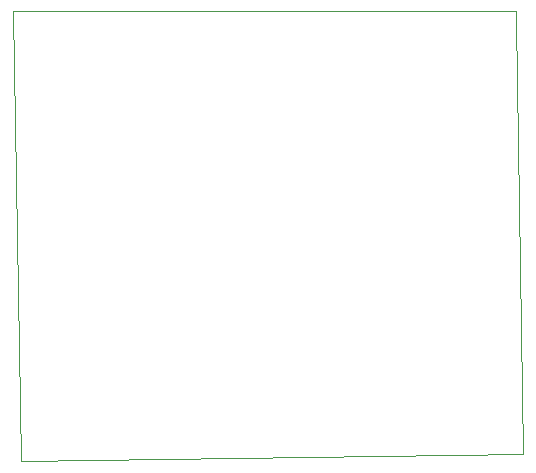
<source format=gm1>
G04 #@! TF.GenerationSoftware,KiCad,Pcbnew,(5.1.2)-2*
G04 #@! TF.CreationDate,2019-08-24T13:29:16+07:00*
G04 #@! TF.ProjectId,siren_sound,73697265-6e5f-4736-9f75-6e642e6b6963,rev?*
G04 #@! TF.SameCoordinates,Original*
G04 #@! TF.FileFunction,Profile,NP*
%FSLAX46Y46*%
G04 Gerber Fmt 4.6, Leading zero omitted, Abs format (unit mm)*
G04 Created by KiCad (PCBNEW (5.1.2)-2) date 2019-08-24 13:29:16*
%MOMM*%
%LPD*%
G04 APERTURE LIST*
%ADD10C,0.050000*%
G04 APERTURE END LIST*
D10*
X90805000Y-75565000D02*
X48260000Y-75565000D01*
X90805000Y-76200000D02*
X90805000Y-75565000D01*
X91440000Y-113030000D02*
X90805000Y-76200000D01*
X48895000Y-113665000D02*
X91440000Y-113030000D01*
X48260000Y-75565000D02*
X48895000Y-113665000D01*
M02*

</source>
